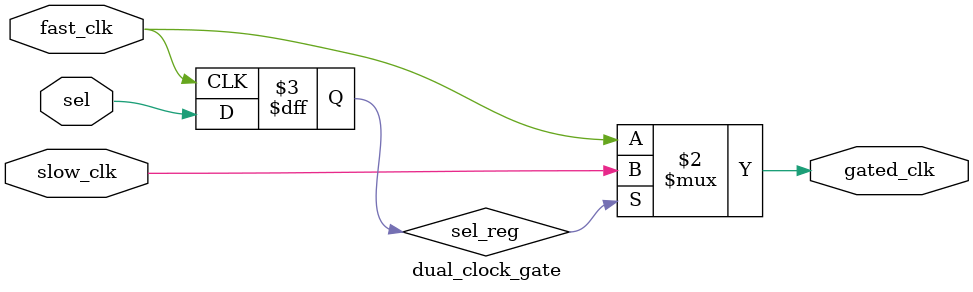
<source format=sv>
module dual_clock_gate (
    input  wire fast_clk,   // High frequency clock input
    input  wire slow_clk,   // Low frequency clock input
    input  wire sel,        // Clock selection control signal
    output wire gated_clk   // Output gated clock
);

    // Clock selection register
    reg sel_reg;
    
    // Register the selection signal to improve timing and reduce glitches
    always @(posedge fast_clk) begin
        sel_reg <= sel;
    end
    
    // Optimized clock muxing using direct conditional operator
    // This eliminates the intermediate signals and simplifies the logic path
    assign gated_clk = sel_reg ? slow_clk : fast_clk;

endmodule
</source>
